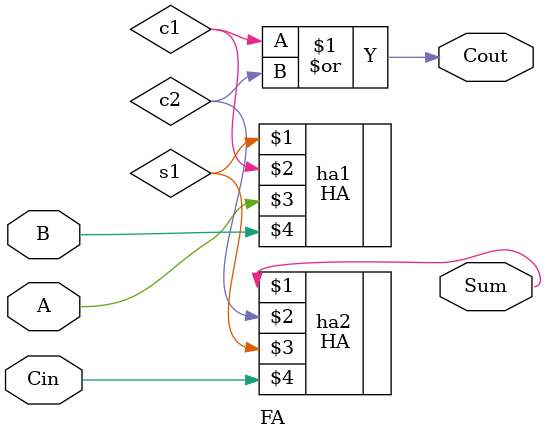
<source format=v>
module FA (Cout, Sum, A, B, Cin);
	
	output Cout, Sum;
	input A, B, Cin;

	wire s1, c1, c2;

	HA ha1 (s1, c1, A, B);
	HA ha2 (Sum, c2, s1, Cin);
	or o1 (Cout, c1, c2);

endmodule
</source>
